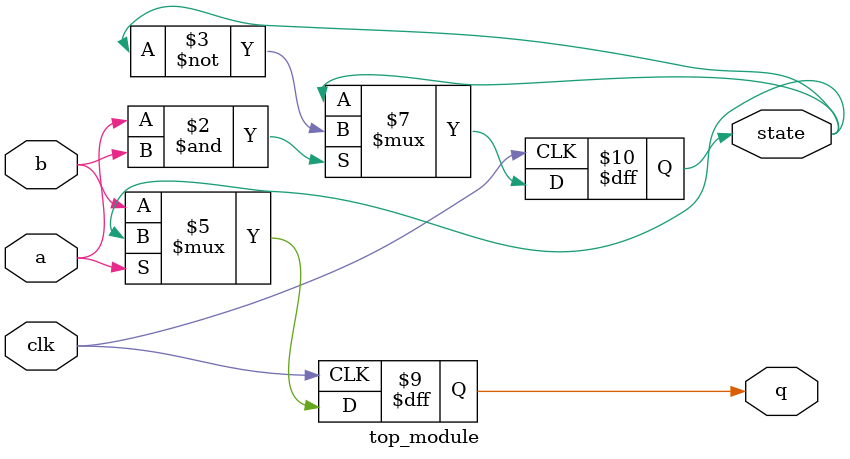
<source format=sv>
module top_module (
    input clk,
    input a,
    input b,
    output reg q,
    output reg state
);

    always @(posedge clk) begin
        if (a & b) begin
            state <= ~state;
        end

        if (a) begin
            q <= state;
        end else begin
            q <= b;
        end
    end

endmodule

</source>
